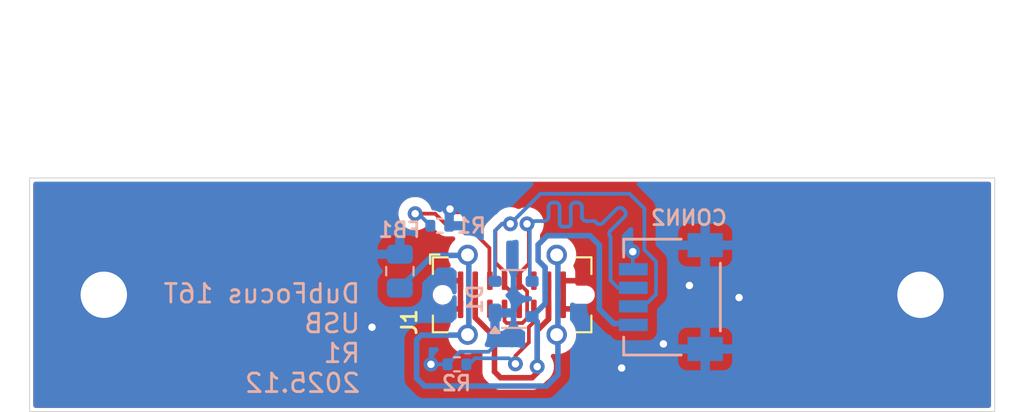
<source format=kicad_pcb>
(kicad_pcb (version 20241229) (generator "pcbnew") (generator_version "9.0")
  (layers (0 "F.Cu" signal) (2 "B.Cu" signal) (13 "F.Paste" user) (15 "B.Paste" user) (5 "F.SilkS" user "F.Silkscreen") (7 "B.SilkS" user "B.Silkscreen") (1 "F.Mask" user) (3 "B.Mask" user) (25 "Edge.Cuts" user))
  (net 0 "")
  (net 1 "/USB_DP")
  (net 2 "/USB_DM")
  (net 3 "GND")
  (net 4 "+5V")
  (net 6 "Net-(J1-CC2)")
  (net 7 "Net-(J1-CC1)")
  (net 9 "/SHIELD")
  (footprint "Connector_USB:USB_C_Receptacle_G-Switch_GT-USB-7051x" (layer "F.Cu") (at 257 117.8)
    (property "Reference" "J1" (at -5.54 1.475 90) (layer "F.SilkS") (effects (font (size 0.8 0.8))))
    (property "Value" "USB_C_Receptacle_USB2.0_16P")
    (fp_line (start -4.42 -2.17) (end -4.42 -1.67) (stroke (width 0.12)) (layer "F.SilkS"))
    (fp_line (start -4.42 -2.17) (end -3.92 -2.17) (stroke (width 0.12)) (layer "F.SilkS"))
    (fp_line (start -4.27 -2.02) (end -4.27 -1.12) (stroke (width 0.12)) (layer "F.SilkS"))
    (fp_line (start -4.27 -2.02) (end -3.47 -2.02) (stroke (width 0.12)) (layer "F.SilkS"))
    (fp_line (start -4.27 2.02) (end -4.27 1.12) (stroke (width 0.12)) (layer "F.SilkS"))
    (fp_line (start -4.27 2.02) (end -3.47 2.02) (stroke (width 0.12)) (layer "F.SilkS"))
    (fp_line (start 4.27 -2.02) (end 3.47 -2.02) (stroke (width 0.12)) (layer "F.SilkS"))
    (fp_line (start 4.27 -2.02) (end 4.27 -1.12) (stroke (width 0.12)) (layer "F.SilkS"))
    (fp_line (start 4.27 2.02) (end 3.47 2.02) (stroke (width 0.12)) (layer "F.SilkS"))
    (fp_line (start 4.27 2.02) (end 4.27 1.12) (stroke (width 0.12)) (layer "F.SilkS"))
    (pad "" np_thru_hole circle (at -3.75 0) (size 0.66 0.66) (drill 0.66) (layers "*.Cu" "*.Mask"))
    (pad "" np_thru_hole oval (at 3.75 0) (size 1 0.58) (drill oval 1 0.58) (layers "*.Cu" "*.Mask"))
    (pad "A1" smd roundrect (at -2.78 -0.76) (size 0.3 1) (layers "F.Cu" "F.Mask" "F.Paste") (net 3 "GND"))
    (pad "A4" smd roundrect (at -1.99 -0.76) (size 0.3 1) (layers "F.Cu" "F.Mask" "F.Paste") (net 4 "+5V"))
    (pad "A5" smd roundrect (at -1.2 -0.76) (size 0.3 1) (layers "F.Cu" "F.Mask" "F.Paste") (net 7 "Net-(J1-CC1)"))
    (pad "A6" smd roundrect (at -0.41 -0.76) (size 0.3 1) (layers "F.Cu" "F.Mask" "F.Paste") (net 1 "/USB_DP"))
    (pad "A7" smd roundrect (at 0.38 -0.76) (size 0.3 1) (layers "F.Cu" "F.Mask" "F.Paste") (net 2 "/USB_DM"))
    (pad "A8" smd roundrect (at 1.17 -0.76) (size 0.3 1) (layers "F.Cu" "F.Mask" "F.Paste"))
    (pad "A9" smd roundrect (at 1.96 -0.76) (size 0.3 1) (layers "F.Cu" "F.Mask" "F.Paste") (net 4 "+5V"))
    (pad "A12" smd roundrect (at 2.75 -0.76) (size 0.3 1) (layers "F.Cu" "F.Mask" "F.Paste") (net 3 "GND"))
    (pad "B1" smd roundrect (at 2.75 0.76) (size 0.3 1) (layers "F.Cu" "F.Mask" "F.Paste") (net 3 "GND"))
    (pad "B4" smd roundrect (at 1.96 0.76) (size 0.3 1) (layers "F.Cu" "F.Mask" "F.Paste") (net 4 "+5V"))
    (pad "B5" smd roundrect (at 1.17 0.76) (size 0.3 1) (layers "F.Cu" "F.Mask" "F.Paste") (net 6 "Net-(J1-CC2)"))
    (pad "B6" smd roundrect (at 0.38 0.76) (size 0.3 1) (layers "F.Cu" "F.Mask" "F.Paste") (net 1 "/USB_DP"))
    (pad "B7" smd roundrect (at -0.41 0.76) (size 0.3 1) (layers "F.Cu" "F.Mask" "F.Paste") (net 2 "/USB_DM"))
    (pad "B8" smd roundrect (at -1.2 0.76) (size 0.3 1) (layers "F.Cu" "F.Mask" "F.Paste"))
    (pad "B9" smd roundrect (at -1.99 0.76) (size 0.3 1) (layers "F.Cu" "F.Mask" "F.Paste") (net 4 "+5V"))
    (pad "B12" smd roundrect (at -2.78 0.76) (size 0.3 1) (layers "F.Cu" "F.Mask" "F.Paste") (net 3 "GND"))
    (pad "S1" thru_hole circle (at -2.4 -2.15) (size 1.1 1.1) (drill 0.7) (property pad_prop_heatsink) (layers "*.Cu" "*.Mask" "F.Paste") (net 9 "/SHIELD"))
    (pad "S1" thru_hole circle (at -2.4 2.15) (size 1.1 1.1) (drill 0.7) (property pad_prop_heatsink) (layers "*.Cu" "*.Mask" "F.Paste") (net 9 "/SHIELD"))
    (pad "S1" thru_hole circle (at 2.4 -2.15) (size 1.1 1.1) (drill 0.7) (property pad_prop_heatsink) (layers "*.Cu" "*.Mask" "F.Paste") (net 9 "/SHIELD"))
    (pad "S1" thru_hole circle (at 2.4 2.15) (size 1.1 1.1) (drill 0.7) (property pad_prop_heatsink) (layers "*.Cu" "*.Mask" "F.Paste") (net 9 "/SHIELD"))
    (zone (net 0) (net_name "") (layer "F.Cu") (name "peg") (connect_pads (clearance 0)) (min_thickness 0.254)
      (keepout (tracks not_allowed) (vias not_allowed) (pads not_allowed) (copperpour not_allowed) (footprints not_allowed))
      (fill (thermal_gap 0.508) (thermal_bridge_width 0.508))
      (polygon (pts (xy 257.8 116) (xy 256.2 116) (xy 256.2 115.3) (xy 257.8 115.3)))
    )
    (zone (net 0) (net_name "") (layer "F.Cu") (name "peg") (connect_pads (clearance 0)) (min_thickness 0.254)
      (keepout (tracks not_allowed) (vias not_allowed) (pads not_allowed) (copperpour not_allowed) (footprints not_allowed))
      (fill (thermal_gap 0.508) (thermal_bridge_width 0.508))
      (polygon (pts (xy 257.8 120.3) (xy 256.2 120.3) (xy 256.2 119.6) (xy 257.8 119.6)))
    )
  )
  (footprint "MountingHole:MountingHole_2.5mm_Pad" (layer "F.Cu") (at 235 117.8)
    (property "Reference" "H1" (hide yes))
    (property "Value" "MountingHole_Pad")
    (pad "1" thru_hole circle (at 0 0) (size 4 4) (drill 2.5) (layers "*.Cu" "*.Mask") (net 3 "GND"))
  )
  (footprint "MountingHole:MountingHole_2.5mm_Pad" (layer "F.Cu") (at 279 117.8)
    (property "Reference" "H2" (hide yes))
    (property "Value" "MountingHole_Pad")
    (pad "1" thru_hole circle (at 0 0) (size 4 4) (drill 2.5) (layers "*.Cu" "*.Mask") (net 3 "GND"))
  )
  (footprint "Package_TO_SOT_SMD:SOT-143" (layer "B.Cu") (at 257.075 118.025)
    (property "Reference" "D1" (at -2.075 0 270) (layer "B.SilkS") (effects (font (size 0.8 0.8)) (justify mirror)))
    (property "Value" "PRTR5V0U2X")
    (fp_line (start -0.65 -1.56) (end 0.65 -1.56) (stroke (width 0.12)) (layer "B.SilkS"))
    (fp_line (start 0.65 1.56) (end -0.62 1.56) (stroke (width 0.12)) (layer "B.SilkS"))
    (fp_poly (pts (xy -1 1.51) (xy -1.24 1.84) (xy -0.76 1.84) (xy -1 1.51)) (stroke (width 0.12)) (fill yes) (layer "B.SilkS"))
    (pad "1" smd roundrect (at -1 0.75) (size 0.7 1) (layers "B.Cu" "B.Mask" "B.Paste") (net 3 "GND"))
    (pad "2" smd roundrect (at -1 -0.95) (size 0.7 0.6) (layers "B.Cu" "B.Mask" "B.Paste") (net 1 "/USB_DP"))
    (pad "3" smd roundrect (at 1 -0.95) (size 0.7 0.6) (layers "B.Cu" "B.Mask" "B.Paste") (net 2 "/USB_DM"))
    (pad "4" smd roundrect (at 1 0.95) (size 0.7 0.6) (layers "B.Cu" "B.Mask" "B.Paste") (net 4 "+5V"))
  )
  (footprint "Resistor_SMD:R_0402_1005Metric" (layer "B.Cu") (at 254.025 121.55 180)
    (property "Reference" "R2" (at 0.025 -1.025 0) (layer "B.SilkS") (effects (font (size 0.8 0.8)) (justify mirror)))
    (property "Value" "5.1k")
    (fp_line (start -0.153641 0.38) (end 0.153641 0.38) (stroke (width 0.12)) (layer "B.SilkS"))
    (fp_line (start -0.153641 -0.38) (end 0.153641 -0.38) (stroke (width 0.12)) (layer "B.SilkS"))
    (pad "1" smd roundrect (at -0.51 0 180) (size 0.54 0.64) (layers "B.Cu" "B.Mask" "B.Paste") (net 6 "Net-(J1-CC2)"))
    (pad "2" smd roundrect (at 0.51 0 180) (size 0.54 0.64) (layers "B.Cu" "B.Mask" "B.Paste") (net 3 "GND"))
  )
  (footprint "Igor:CONN_SM04B-SRSS-TB_JST" (layer "B.Cu") (at 265.625 117.925 90)
    (property "Reference" "CONN2" (at 4.275 0.9 180) (layer "B.SilkS") (effects (font (size 0.8 0.8)) (justify mirror)))
    (property "Value" "Conn_01x04")
    (fp_line (start 3.1242 -2.6162) (end 3.1242 0.4826) (stroke (width 0.1524)) (layer "B.SilkS"))
    (fp_line (start 2.159 -2.6162) (end 3.1242 -2.6162) (stroke (width 0.1524)) (layer "B.SilkS"))
    (fp_line (start -3.1242 -2.6162) (end -2.159 -2.6162) (stroke (width 0.1524)) (layer "B.SilkS"))
    (fp_line (start -3.1242 0.4826) (end -3.1242 -2.6162) (stroke (width 0.1524)) (layer "B.SilkS"))
    (fp_line (start 1.8288 2.5908) (end -1.8288 2.5908) (stroke (width 0.1524)) (layer "B.SilkS"))
    (pad "1" smd rect (at 1.5 -2.0985 90) (size 0.6604 1.5494) (layers "B.Cu" "B.Mask" "B.Paste") (net 3 "GND"))
    (pad "2" smd rect (at 0.5 -2.0985 90) (size 0.6604 1.5494) (layers "B.Cu" "B.Mask" "B.Paste") (net 2 "/USB_DM"))
    (pad "3" smd rect (at -0.5 -2.0985 90) (size 0.6604 1.5494) (layers "B.Cu" "B.Mask" "B.Paste") (net 1 "/USB_DP"))
    (pad "4" smd rect (at -1.5 -2.0985 90) (size 0.6604 1.5494) (layers "B.Cu" "B.Mask" "B.Paste") (net 4 "+5V"))
    (pad "S1" smd rect (at -2.8 1.7765 90) (size 1.2954 1.905) (layers "B.Cu" "B.Mask" "B.Paste") (net 3 "GND"))
    (pad "S2" smd rect (at 2.8 1.7765 90) (size 1.2954 1.905) (layers "B.Cu" "B.Mask" "B.Paste") (net 3 "GND"))
  )
  (footprint "Resistor_SMD:R_0402_1005Metric" (layer "B.Cu") (at 253.1 114.075)
    (property "Reference" "R1" (at 1.7 0 0) (layer "B.SilkS") (effects (font (size 0.8 0.8)) (justify mirror)))
    (property "Value" "5.1k")
    (fp_line (start -0.153641 -0.38) (end 0.153641 -0.38) (stroke (width 0.12)) (layer "B.SilkS"))
    (fp_line (start -0.153641 0.38) (end 0.153641 0.38) (stroke (width 0.12)) (layer "B.SilkS"))
    (pad "1" smd roundrect (at -0.51 0) (size 0.54 0.64) (layers "B.Cu" "B.Mask" "B.Paste") (net 7 "Net-(J1-CC1)"))
    (pad "2" smd roundrect (at 0.51 0) (size 0.54 0.64) (layers "B.Cu" "B.Mask" "B.Paste") (net 3 "GND"))
  )
  (footprint "Resistor_SMD:R_0805_2012Metric" (layer "B.Cu") (at 250.95 116.525 -90)
    (property "Reference" "FB1" (at -2.225 0.025 180) (layer "B.SilkS") (effects (font (size 0.8 0.8)) (justify mirror)))
    (property "Value" "FerriteBead")
    (fp_line (start -0.227064 0.735) (end 0.227064 0.735) (stroke (width 0.12)) (layer "B.SilkS"))
    (fp_line (start -0.227064 -0.735) (end 0.227064 -0.735) (stroke (width 0.12)) (layer "B.SilkS"))
    (pad "1" smd roundrect (at -0.9125 0 270) (size 1.025 1.4) (layers "B.Cu" "B.Mask" "B.Paste") (roundrect_rratio 0.243902) (net 3 "GND"))
    (pad "2" smd roundrect (at 0.9125 0 270) (size 1.025 1.4) (layers "B.Cu" "B.Mask" "B.Paste") (roundrect_rratio 0.243902) (net 9 "/SHIELD"))
  )
  (gr_rect (start 231 111.5) (end 283 124.1) (stroke (width 0.05)) (fill no) (layer "Edge.Cuts"))
  (gr_text "DubFocus 16T\nUSB\nR1\n2025.12" (at 248.9 123.15 0) (layer "B.SilkS") (effects (font (size 1 1)) (justify left bottom mirror)))
  (segment (start 256.59 116.557836) (end 256.59 117.295001) (width 0.2) (layer "F.Cu") (net 1))
  (segment (start 257.38 118.085001) (end 257.38 118.585) (width 0.2) (layer "F.Cu") (net 1))
  (segment (start 256.9 113.975) (end 256.45 113.975) (width 0.2) (layer "F.Cu") (net 1))
  (segment (start 256.45 113.975) (end 256.099 114.326) (width 0.2) (layer "F.Cu") (net 1))
  (segment (start 256.099 114.326) (end 256.099 116.066836) (width 0.2) (layer "F.Cu") (net 1))
  (segment (start 256.59 117.295001) (end 257.38 118.085001) (width 0.2) (layer "F.Cu") (net 1))
  (segment (start 256.099 116.066836) (end 256.59 116.557836) (width 0.2) (layer "F.Cu") (net 1))
  (via (at 256.9 113.975) (size 0.8) (drill 0.4) (layers "F.Cu" "B.Cu") (net 1))
  (segment (start 264.125 113.15) (end 264.125 115.375) (width 0.2) (layer "B.Cu") (net 1))
  (segment (start 256.45 113.975) (end 256.075 114.35) (width 0.2) (layer "B.Cu") (net 1))
  (segment (start 264.175 118.35) (end 263.6015 118.35) (width 0.2) (layer "B.Cu") (net 1))
  (segment (start 256.9 113.975) (end 258.525 112.35) (width 0.2) (layer "B.Cu") (net 1))
  (segment (start 256.075 114.35) (end 256.075 117.075) (width 0.2) (layer "B.Cu") (net 1))
  (segment (start 263.6015 118.35) (end 263.5265 118.425) (width 0.2) (layer "B.Cu") (net 1))
  (segment (start 258.525 112.35) (end 263.325 112.35) (width 0.2) (layer "B.Cu") (net 1))
  (segment (start 264.125 115.375) (end 264.75 116) (width 0.2) (layer "B.Cu") (net 1))
  (segment (start 256.9 113.975) (end 256.45 113.975) (width 0.2) (layer "B.Cu") (net 1))
  (segment (start 263.325 112.35) (end 264.125 113.15) (width 0.2) (layer "B.Cu") (net 1))
  (segment (start 264.75 116) (end 264.75 117.775) (width 0.2) (layer "B.Cu") (net 1))
  (segment (start 264.75 117.775) (end 264.175 118.35) (width 0.2) (layer "B.Cu") (net 1))
  (segment (start 257.9 114.075) (end 257.9 116.125) (width 0.2) (layer "F.Cu") (net 2))
  (segment (start 257.455 117.265) (end 257.806 117.616) (width 0.2) (layer "F.Cu") (net 2))
  (segment (start 257.806 119.069) (end 257.55 119.325) (width 0.2) (layer "F.Cu") (net 2))
  (segment (start 257.8 113.975) (end 257.9 114.075) (width 0.2) (layer "F.Cu") (net 2))
  (segment (start 256.59 119.209999) (end 256.59 118.56) (width 0.2) (layer "F.Cu") (net 2))
  (segment (start 257.9 116.125) (end 257.38 116.645) (width 0.2) (layer "F.Cu") (net 2))
  (segment (start 256.705001 119.325) (end 256.59 119.209999) (width 0.2) (layer "F.Cu") (net 2))
  (segment (start 257.806 117.616) (end 257.806 119.069) (width 0.2) (layer "F.Cu") (net 2))
  (segment (start 257.55 119.325) (end 256.705001 119.325) (width 0.2) (layer "F.Cu") (net 2))
  (segment (start 257.38 116.645) (end 257.38 117.065) (width 0.2) (layer "F.Cu") (net 2))
  (via (at 257.8 113.975) (size 0.8) (drill 0.4) (layers "F.Cu" "B.Cu") (net 2))
  (segment (start 260.01 114.125) (end 259.71 114.125) (width 0.2) (layer "B.Cu") (net 2))
  (segment (start 259.56 113.975) (end 259.56 113.825) (width 0.2) (layer "B.Cu") (net 2))
  (segment (start 258.6 113.825) (end 258.2 113.825) (width 0.2) (layer "B.Cu") (net 2))
  (segment (start 262.3008 115.2) (end 262.3008 114.6758) (width 0.2) (layer "B.Cu") (net 2))
  (segment (start 257.8 113.975) (end 257.95 114.125) (width 0.2) (layer "B.Cu") (net 2))
  (segment (start 259.56 113.825) (end 259.56 113.585) (width 0.2) (layer "B.Cu") (net 2))
  (segment (start 259.56 113.585) (end 259.56 113.065) (width 0.2) (layer "B.Cu") (net 2))
  (segment (start 259.32 112.825) (end 259.2 112.825) (width 0.2) (layer "B.Cu") (net 2))
  (segment (start 258.96 113.065) (end 258.96 113.585) (width 0.2) (layer "B.Cu") (net 2))
  (segment (start 260.16 113.825) (end 260.16 113.975) (width 0.2) (layer "B.Cu") (net 2))
  (segment (start 262.3008 114.342045) (end 263.05599 113.586854) (width 0.2) (layer "B.Cu") (net 2))
  (segment (start 261.45 113.825) (end 261 113.825) (width 0.2) (layer "B.Cu") (net 2))
  (segment (start 258.72 113.825) (end 258.6 113.825) (width 0.2) (layer "B.Cu") (net 2))
  (segment (start 260.52 112.825) (end 260.4 112.825) (width 0.2) (layer "B.Cu") (net 2))
  (segment (start 257.95 114.125) (end 257.95 116.95) (width 0.2) (layer "B.Cu") (net 2))
  (segment (start 261.466413 113.841413) (end 261.45 113.825) (width 0.2) (layer "B.Cu") (net 2))
  (segment (start 260.76 113.585) (end 260.76 113.065) (width 0.2) (layer "B.Cu") (net 2))
  (segment (start 262.638796 113.169661) (end 261.883605 113.924851) (width 0.2) (layer "B.Cu") (net 2))
  (segment (start 257.95 116.95) (end 258.075 117.075) (width 0.2) (layer "B.Cu") (net 2))
  (segment (start 261.549851 113.924851) (end 261.466413 113.841413) (width 0.2) (layer "B.Cu") (net 2))
  (segment (start 260.16 113.585) (end 260.16 113.825) (width 0.2) (layer "B.Cu") (net 2))
  (segment (start 263.5265 117.425) (end 262.7 117.425) (width 0.2) (layer "B.Cu") (net 2))
  (segment (start 257.8 113.975) (end 258.05 113.975) (width 0.2) (layer "B.Cu") (net 2))
  (segment (start 263.05599 113.2531) (end 262.972551 113.169661) (width 0.2) (layer "B.Cu") (net 2))
  (segment (start 258.05 113.975) (end 258.2 113.825) (width 0.2) (layer "B.Cu") (net 2))
  (segment (start 262.3008 117.0258) (end 262.3008 115.2) (width 0.2) (layer "B.Cu") (net 2))
  (segment (start 262.7 117.425) (end 262.3008 117.0258) (width 0.2) (layer "B.Cu") (net 2))
  (segment (start 260.16 113.065) (end 260.16 113.585) (width 0.2) (layer "B.Cu") (net 2))
  (arc (start 259.2 112.825) (mid 259.030294 112.895294) (end 258.96 113.065) (width 0.2) (layer "B.Cu") (net 2))
  (arc (start 260.76 113.065) (mid 260.689706 112.895294) (end 260.52 112.825) (width 0.2) (layer "B.Cu") (net 2))
  (arc (start 261 113.825) (mid 260.830294 113.754706) (end 260.76 113.585) (width 0.2) (layer "B.Cu") (net 2))
  (arc (start 259.56 113.065) (mid 259.489706 112.895294) (end 259.32 112.825) (width 0.2) (layer "B.Cu") (net 2))
  (arc (start 260.16 113.975) (mid 260.116066 114.081066) (end 260.01 114.125) (width 0.2) (layer "B.Cu") (net 2))
  (arc (start 260.4 112.825) (mid 260.230294 112.895294) (end 260.16 113.065) (width 0.2) (layer "B.Cu") (net 2))
  (arc (start 261.883605 113.924851) (mid 261.716728 113.993974) (end 261.549851 113.924851) (width 0.2) (layer "B.Cu") (net 2))
  (arc (start 259.71 114.125) (mid 259.603934 114.081066) (end 259.56 113.975) (width 0.2) (layer "B.Cu") (net 2))
  (arc (start 263.05599 113.586854) (mid 263.125113 113.419977) (end 263.05599 113.2531) (width 0.2) (layer "B.Cu") (net 2))
  (arc (start 262.3008 114.6758) (mid 262.231677 114.508923) (end 262.3008 114.342045) (width 0.2) (layer "B.Cu") (net 2))
  (arc (start 258.96 113.585) (mid 258.889706 113.754706) (end 258.72 113.825) (width 0.2) (layer "B.Cu") (net 2))
  (arc (start 262.972551 113.169661) (mid 262.805674 113.100538) (end 262.638796 113.169661) (width 0.2) (layer "B.Cu") (net 2))
  (via (at 252.625 121.55) (size 0.8) (drill 0.4) (layers "F.Cu" "B.Cu") (net 3))
  (via (at 263.5 115.475) (size 0.8) (drill 0.4) (layers "F.Cu" "B.Cu") (net 3))
  (via (at 262.9 121.75) (size 0.8) (drill 0.4) (layers "F.Cu" "B.Cu") (net 3))
  (via (at 253.65 113.175) (size 0.8) (drill 0.4) (layers "F.Cu" "B.Cu") (net 3))
  (via (at 249.45 119.55) (size 0.8) (drill 0.4) (layers "F.Cu" "B.Cu") (net 3))
  (via (at 265.15 120.45) (size 0.8) (drill 0.4) (layers "F.Cu" "B.Cu") (net 3))
  (via (at 269.225 117.95) (size 0.8) (drill 0.4) (layers "F.Cu" "B.Cu") (net 3))
  (via (at 266.55 117.3) (size 0.8) (drill 0.4) (layers "F.Cu" "B.Cu") (net 3))
  (segment (start 263.5 115.475) (end 263.5 116.3985) (width 0.2) (layer "B.Cu") (net 3))
  (segment (start 256.075 120.525) (end 256.075 118.775) (width 0.2) (layer "B.Cu") (net 3))
  (segment (start 255.725 120.875) (end 256.075 120.525) (width 0.2) (layer "B.Cu") (net 3))
  (segment (start 263.5 116.3985) (end 263.5265 116.425) (width 0.2) (layer "B.Cu") (net 3))
  (segment (start 253.515 121.55) (end 254.19 120.875) (width 0.2) (layer "B.Cu") (net 3))
  (segment (start 254.19 120.875) (end 255.725 120.875) (width 0.2) (layer "B.Cu") (net 3))
  (segment (start 252.625 121.55) (end 253.515 121.55) (width 0.2) (layer "B.Cu") (net 3))
  (segment (start 255.01 118.585) (end 255.01 119.035) (width 0.3) (layer "F.Cu") (net 4))
  (segment (start 255.01 119.035) (end 256.049 120.074) (width 0.3) (layer "F.Cu") (net 4))
  (segment (start 258.35 120.555646) (end 258.35 121.675) (width 0.3) (layer "F.Cu") (net 4))
  (segment (start 258.35 122) (end 258.075 122.275) (width 0.3) (layer "F.Cu") (net 4))
  (segment (start 258.96 119.115793) (end 258.352 119.723793) (width 0.3) (layer "F.Cu") (net 4))
  (segment (start 258.352 119.723793) (end 258.352 120.553646) (width 0.3) (layer "F.Cu") (net 4))
  (segment (start 256.049 121.949) (end 256.375 122.275) (width 0.3) (layer "F.Cu") (net 4))
  (segment (start 258.96 118.56) (end 258.96 119.115793) (width 0.3) (layer "F.Cu") (net 4))
  (segment (start 256.049 120.074) (end 256.049 121.949) (width 0.3) (layer "F.Cu") (net 4))
  (segment (start 258.35 121.675) (end 258.35 122) (width 0.3) (layer "F.Cu") (net 4))
  (segment (start 256.375 122.275) (end 258.075 122.275) (width 0.3) (layer "F.Cu") (net 4))
  (segment (start 255.01 118.56) (end 255.01 117.04) (width 0.3) (layer "F.Cu") (net 4))
  (segment (start 258.352 120.553646) (end 258.35 120.555646) (width 0.3) (layer "F.Cu") (net 4))
  (segment (start 258.96 117.065) (end 258.96 118.585) (width 0.3) (layer "F.Cu") (net 4))
  (via (at 258.35 121.675) (size 0.8) (drill 0.4) (layers "F.Cu" "B.Cu") (net 4))
  (segment (start 258.4 115.949207) (end 258.4 115.1) (width 0.3) (layer "B.Cu") (net 4))
  (segment (start 258.776 118.274) (end 258.776 116.325207) (width 0.3) (layer "B.Cu") (net 4))
  (segment (start 258.075 118.975) (end 258.35 119.25) (width 0.3) (layer "B.Cu") (net 4))
  (segment (start 258.35 119.25) (end 258.35 121.675) (width 0.3) (layer "B.Cu") (net 4))
  (segment (start 258.776 116.325207) (end 258.4 115.949207) (width 0.3) (layer "B.Cu") (net 4))
  (segment (start 258.075 118.975) (end 258.776 118.274) (width 0.3) (layer "B.Cu") (net 4))
  (segment (start 263.4515 119.35) (end 263.5265 119.425) (width 0.3) (layer "B.Cu") (net 4))
  (segment (start 258.4 115.1) (end 258.887922 114.612078) (width 0.3) (layer "B.Cu") (net 4))
  (segment (start 261.7 115.125) (end 261.7 118.5804) (width 0.3) (layer "B.Cu") (net 4))
  (segment (start 261.187078 114.612078) (end 261.7 115.125) (width 0.3) (layer "B.Cu") (net 4))
  (segment (start 261.7 118.5804) (end 262.4696 119.35) (width 0.3) (layer "B.Cu") (net 4))
  (segment (start 258.887922 114.612078) (end 261.187078 114.612078) (width 0.3) (layer "B.Cu") (net 4))
  (segment (start 262.4696 119.35) (end 263.4515 119.35) (width 0.3) (layer "B.Cu") (net 4))
  (segment (start 257.901 119.536983) (end 258.17 119.267983) (width 0.2) (layer "F.Cu") (net 6))
  (segment (start 257.175 121.525) (end 257.175 121.092836) (width 0.2) (layer "F.Cu") (net 6))
  (segment (start 257.901 120.366836) (end 257.901 119.536983) (width 0.2) (layer "F.Cu") (net 6))
  (segment (start 258.17 119.267983) (end 258.17 118.56) (width 0.2) (layer "F.Cu") (net 6))
  (segment (start 257.175 121.092836) (end 257.901 120.366836) (width 0.2) (layer "F.Cu") (net 6))
  (via (at 257.175 121.525) (size 0.8) (drill 0.4) (layers "F.Cu" "B.Cu") (net 6))
  (segment (start 255 121.225) (end 254.675 121.55) (width 0.2) (layer "B.Cu") (net 6))
  (segment (start 254.675 121.55) (end 254.535 121.55) (width 0.2) (layer "B.Cu") (net 6))
  (segment (start 256.825 121.225) (end 255 121.225) (width 0.2) (layer "B.Cu") (net 6))
  (segment (start 257.175 121.525) (end 257.125 121.525) (width 0.2) (layer "B.Cu") (net 6))
  (segment (start 257.125 121.525) (end 256.825 121.225) (width 0.2) (layer "B.Cu") (net 6))
  (segment (start 255.775 115.275) (end 255.775 116.975) (width 0.2) (layer "F.Cu") (net 7))
  (segment (start 254.55 114.05) (end 255.775 115.275) (width 0.2) (layer "F.Cu") (net 7))
  (segment (start 252.85 113.425) (end 253.475 114.05) (width 0.2) (layer "F.Cu") (net 7))
  (segment (start 251.775 113.425) (end 252.85 113.425) (width 0.2) (layer "F.Cu") (net 7))
  (segment (start 255.775 116.975) (end 255.865 117.065) (width 0.2) (layer "F.Cu") (net 7))
  (segment (start 253.475 114.05) (end 254.55 114.05) (width 0.2) (layer "F.Cu") (net 7))
  (via (at 251.775 113.425) (size 0.8) (drill 0.4) (layers "F.Cu" "B.Cu") (net 7))
  (segment (start 252.55 114.025) (end 252.55 114.035) (width 0.2) (layer "B.Cu") (net 7))
  (segment (start 251.775 113.425) (end 251.95 113.425) (width 0.2) (layer "B.Cu") (net 7))
  (segment (start 252.55 114.035) (end 252.59 114.075) (width 0.2) (layer "B.Cu") (net 7))
  (segment (start 251.95 113.425) (end 252.55 114.025) (width 0.2) (layer "B.Cu") (net 7))
  (segment (start 252.1 119.975) (end 254.665 119.975) (width 0.3) (layer "B.Cu") (net 9))
  (segment (start 259.465 122.11) (end 258.85 122.725) (width 0.3) (layer "B.Cu") (net 9))
  (segment (start 251.85 120.225) (end 252.1 119.975) (width 0.3) (layer "B.Cu") (net 9))
  (segment (start 258.85 122.725) (end 252.275 122.725) (width 0.3) (layer "B.Cu") (net 9))
  (segment (start 254.665 115.675) (end 252.7125 115.675) (width 0.3) (layer "B.Cu") (net 9))
  (segment (start 252.275 122.725) (end 251.85 122.3) (width 0.3) (layer "B.Cu") (net 9))
  (segment (start 251.85 122.3) (end 251.85 120.225) (width 0.3) (layer "B.Cu") (net 9))
  (segment (start 259.465 119.975) (end 259.465 115.675) (width 0.3) (layer "B.Cu") (net 9))
  (segment (start 254.665 119.975) (end 254.665 115.675) (width 0.3) (layer "B.Cu") (net 9))
  (segment (start 259.465 119.975) (end 259.465 122.11) (width 0.3) (layer "B.Cu") (net 9))
  (segment (start 252.7125 115.675) (end 250.95 117.4375) (width 0.3) (layer "B.Cu") (net 9))
  (zone (net 3) (net_name "GND") (layers "F.Cu" "B.Cu") (connect_pads (clearance 0.5)) (min_thickness 0.25) (fill yes (thermal_gap 0.5) (thermal_bridge_width 0.5))
    (polygon (pts (xy 231 111.5) (xy 283.05 111.525) (xy 283.05 124.125) (xy 231 124.1)))
  )
)
</source>
